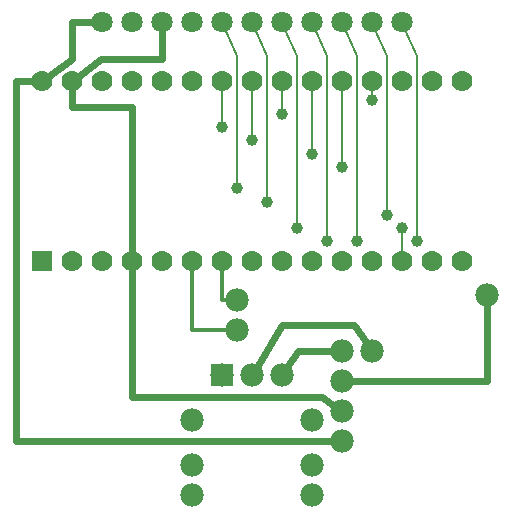
<source format=gbl>
G04 MADE WITH FRITZING*
G04 WWW.FRITZING.ORG*
G04 DOUBLE SIDED*
G04 HOLES PLATED*
G04 CONTOUR ON CENTER OF CONTOUR VECTOR*
%ASAXBY*%
%FSLAX23Y23*%
%MOIN*%
%OFA0B0*%
%SFA1.0B1.0*%
%ADD10C,0.078000*%
%ADD11C,0.070866*%
%ADD12C,0.070000*%
%ADD13C,0.039370*%
%ADD14R,0.078000X0.078000*%
%ADD15R,0.070000X0.069972*%
%ADD16C,0.024000*%
%ADD17C,0.012000*%
%ADD18C,0.008000*%
%LNCOPPER0*%
G90*
G70*
G54D10*
X1050Y100D03*
X650Y100D03*
X650Y350D03*
X1050Y200D03*
X1050Y350D03*
X650Y200D03*
G54D11*
X350Y1675D03*
X450Y1675D03*
X550Y1675D03*
X650Y1675D03*
X750Y1675D03*
X850Y1675D03*
X950Y1675D03*
X1050Y1675D03*
X1150Y1675D03*
X1250Y1675D03*
X1350Y1675D03*
X350Y1675D03*
X450Y1675D03*
X550Y1675D03*
X650Y1675D03*
X750Y1675D03*
X850Y1675D03*
X950Y1675D03*
X1050Y1675D03*
X1150Y1675D03*
X1250Y1675D03*
X1350Y1675D03*
G54D10*
X800Y750D03*
X800Y650D03*
X1150Y580D03*
X1250Y580D03*
X1150Y280D03*
X1150Y380D03*
X1150Y480D03*
X750Y500D03*
X850Y500D03*
X950Y500D03*
G54D12*
X149Y880D03*
X249Y880D03*
X349Y880D03*
X449Y880D03*
X549Y880D03*
X649Y880D03*
X749Y880D03*
X849Y880D03*
X949Y880D03*
X1049Y880D03*
X1149Y880D03*
X1249Y880D03*
X1349Y880D03*
X1449Y880D03*
X1549Y880D03*
X149Y1480D03*
X249Y1480D03*
X349Y1480D03*
X449Y1480D03*
X549Y1480D03*
X649Y1480D03*
X749Y1480D03*
X849Y1480D03*
X949Y1480D03*
X1049Y1480D03*
X1149Y1480D03*
X1249Y1480D03*
X1349Y1480D03*
X1449Y1480D03*
X1549Y1480D03*
G54D10*
X1633Y767D03*
G54D13*
X1249Y1415D03*
X1149Y1193D03*
X1049Y1237D03*
X849Y1282D03*
X949Y1371D03*
X749Y1326D03*
X1399Y945D03*
X1199Y945D03*
X1099Y945D03*
X799Y1122D03*
X900Y1078D03*
X1299Y1034D03*
X999Y990D03*
X1349Y990D03*
G54D14*
X750Y500D03*
G54D15*
X149Y880D03*
G54D16*
X1192Y667D02*
X952Y667D01*
D02*
X952Y667D02*
X866Y526D01*
D02*
X1233Y606D02*
X1192Y667D01*
D02*
X1004Y581D02*
X967Y525D01*
D02*
X1120Y580D02*
X1004Y581D01*
D02*
X63Y1480D02*
X63Y280D01*
D02*
X63Y280D02*
X1120Y280D01*
D02*
X120Y1480D02*
X63Y1480D01*
D02*
X449Y851D02*
X449Y426D01*
D02*
X449Y426D02*
X1085Y426D01*
D02*
X1085Y426D02*
X1125Y397D01*
D02*
X1633Y737D02*
X1633Y480D01*
D02*
X1633Y480D02*
X1180Y480D01*
D02*
X449Y1394D02*
X249Y1394D01*
D02*
X249Y1394D02*
X249Y1451D01*
D02*
X449Y909D02*
X449Y1394D01*
D02*
X249Y1675D02*
X249Y1552D01*
D02*
X249Y1552D02*
X173Y1497D01*
D02*
X319Y1675D02*
X249Y1675D01*
D02*
X348Y1552D02*
X550Y1552D01*
D02*
X550Y1552D02*
X550Y1644D01*
D02*
X273Y1497D02*
X348Y1552D01*
G54D17*
D02*
X749Y750D02*
X749Y857D01*
D02*
X775Y750D02*
X749Y750D01*
D02*
X649Y650D02*
X649Y857D01*
D02*
X775Y650D02*
X649Y650D01*
G54D18*
D02*
X749Y1457D02*
X749Y1340D01*
D02*
X849Y1457D02*
X849Y1295D01*
D02*
X949Y1457D02*
X949Y1384D01*
D02*
X1049Y1457D02*
X1049Y1251D01*
D02*
X1149Y1457D02*
X1149Y1206D01*
D02*
X1249Y1457D02*
X1249Y1429D01*
D02*
X799Y1135D02*
X799Y1563D01*
D02*
X799Y1563D02*
X760Y1652D01*
D02*
X900Y1092D02*
X900Y1562D01*
D02*
X900Y1562D02*
X860Y1652D01*
D02*
X999Y1003D02*
X999Y1562D01*
D02*
X999Y1562D02*
X960Y1651D01*
D02*
X1349Y904D02*
X1349Y976D01*
D02*
X1099Y958D02*
X1099Y1564D01*
D02*
X1099Y1564D02*
X1060Y1652D01*
D02*
X1199Y958D02*
X1199Y1564D01*
D02*
X1199Y1564D02*
X1160Y1652D01*
D02*
X1299Y1047D02*
X1299Y1562D01*
D02*
X1299Y1562D02*
X1260Y1651D01*
D02*
X1399Y958D02*
X1399Y1562D01*
D02*
X1399Y1562D02*
X1360Y1651D01*
G04 End of Copper0*
M02*
</source>
